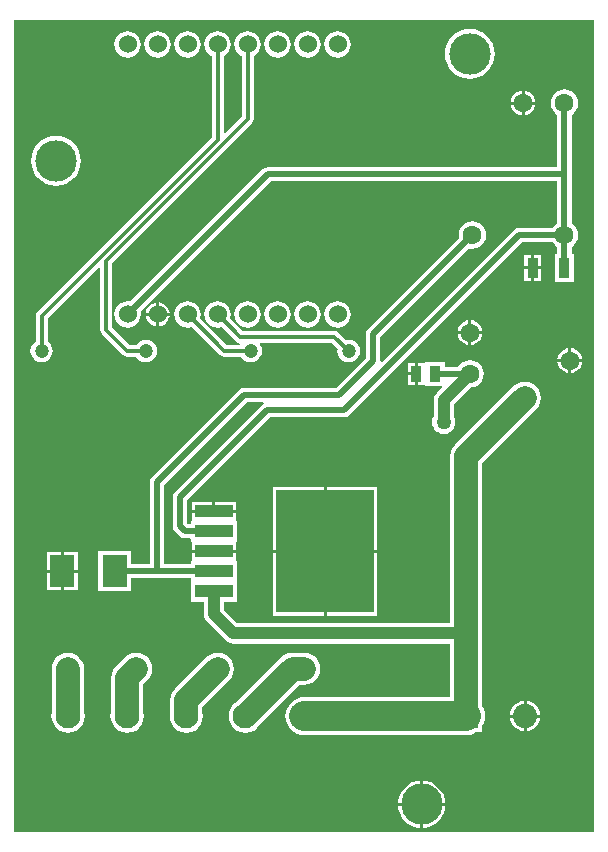
<source format=gbl>
G04*
G04 #@! TF.GenerationSoftware,Altium Limited,Altium Designer,18.0.9 (584)*
G04*
G04 Layer_Physical_Order=2*
G04 Layer_Color=16711680*
%FSLAX43Y43*%
%MOMM*%
G71*
G01*
G75*
%ADD16R,0.950X1.350*%
%ADD19C,0.300*%
%ADD20C,2.000*%
%ADD21C,1.000*%
%ADD22C,0.500*%
%ADD23C,3.500*%
%ADD24C,1.600*%
%ADD25C,2.050*%
%ADD26R,2.050X2.050*%
%ADD27C,1.524*%
%ADD28C,2.100*%
%ADD29C,1.270*%
%ADD30C,1.500*%
%ADD31C,1.200*%
%ADD32R,0.950X1.700*%
%ADD33R,8.300X10.450*%
%ADD34R,3.200X1.050*%
%ADD35R,2.159X2.743*%
%ADD36C,2.500*%
G36*
X49715Y660D02*
X660D01*
X660Y69365D01*
X49715D01*
X49715Y660D01*
D02*
G37*
%LPC*%
G36*
X28025Y68447D02*
X27735Y68408D01*
X27464Y68296D01*
X27232Y68118D01*
X27054Y67886D01*
X26942Y67615D01*
X26903Y67325D01*
X26942Y67035D01*
X27054Y66764D01*
X27232Y66532D01*
X27464Y66354D01*
X27735Y66242D01*
X28025Y66203D01*
X28315Y66242D01*
X28586Y66354D01*
X28818Y66532D01*
X28996Y66764D01*
X29108Y67035D01*
X29147Y67325D01*
X29108Y67615D01*
X28996Y67886D01*
X28818Y68118D01*
X28586Y68296D01*
X28315Y68408D01*
X28025Y68447D01*
D02*
G37*
G36*
X25485D02*
X25195Y68408D01*
X24924Y68296D01*
X24692Y68118D01*
X24514Y67886D01*
X24402Y67615D01*
X24363Y67325D01*
X24402Y67035D01*
X24514Y66764D01*
X24692Y66532D01*
X24924Y66354D01*
X25195Y66242D01*
X25485Y66203D01*
X25775Y66242D01*
X26046Y66354D01*
X26278Y66532D01*
X26456Y66764D01*
X26568Y67035D01*
X26607Y67325D01*
X26568Y67615D01*
X26456Y67886D01*
X26278Y68118D01*
X26046Y68296D01*
X25775Y68408D01*
X25485Y68447D01*
D02*
G37*
G36*
X22945D02*
X22655Y68408D01*
X22384Y68296D01*
X22152Y68118D01*
X21974Y67886D01*
X21862Y67615D01*
X21823Y67325D01*
X21862Y67035D01*
X21974Y66764D01*
X22152Y66532D01*
X22384Y66354D01*
X22655Y66242D01*
X22945Y66203D01*
X23235Y66242D01*
X23506Y66354D01*
X23738Y66532D01*
X23916Y66764D01*
X24028Y67035D01*
X24067Y67325D01*
X24028Y67615D01*
X23916Y67886D01*
X23738Y68118D01*
X23506Y68296D01*
X23235Y68408D01*
X22945Y68447D01*
D02*
G37*
G36*
X15325D02*
X15035Y68408D01*
X14764Y68296D01*
X14532Y68118D01*
X14354Y67886D01*
X14242Y67615D01*
X14203Y67325D01*
X14242Y67035D01*
X14354Y66764D01*
X14532Y66532D01*
X14764Y66354D01*
X15035Y66242D01*
X15325Y66203D01*
X15615Y66242D01*
X15886Y66354D01*
X16118Y66532D01*
X16296Y66764D01*
X16408Y67035D01*
X16447Y67325D01*
X16408Y67615D01*
X16296Y67886D01*
X16118Y68118D01*
X15886Y68296D01*
X15615Y68408D01*
X15325Y68447D01*
D02*
G37*
G36*
X12785D02*
X12495Y68408D01*
X12224Y68296D01*
X11992Y68118D01*
X11814Y67886D01*
X11702Y67615D01*
X11663Y67325D01*
X11702Y67035D01*
X11814Y66764D01*
X11992Y66532D01*
X12224Y66354D01*
X12495Y66242D01*
X12785Y66203D01*
X13075Y66242D01*
X13346Y66354D01*
X13578Y66532D01*
X13756Y66764D01*
X13868Y67035D01*
X13907Y67325D01*
X13868Y67615D01*
X13756Y67886D01*
X13578Y68118D01*
X13346Y68296D01*
X13075Y68408D01*
X12785Y68447D01*
D02*
G37*
G36*
X10245D02*
X9955Y68408D01*
X9684Y68296D01*
X9452Y68118D01*
X9274Y67886D01*
X9162Y67615D01*
X9123Y67325D01*
X9162Y67035D01*
X9274Y66764D01*
X9452Y66532D01*
X9684Y66354D01*
X9955Y66242D01*
X10245Y66203D01*
X10535Y66242D01*
X10806Y66354D01*
X11038Y66532D01*
X11216Y66764D01*
X11328Y67035D01*
X11367Y67325D01*
X11328Y67615D01*
X11216Y67886D01*
X11038Y68118D01*
X10806Y68296D01*
X10535Y68408D01*
X10245Y68447D01*
D02*
G37*
G36*
X39200Y68635D02*
X38788Y68595D01*
X38392Y68475D01*
X38028Y68280D01*
X37708Y68017D01*
X37445Y67697D01*
X37250Y67333D01*
X37130Y66937D01*
X37090Y66525D01*
X37130Y66113D01*
X37250Y65717D01*
X37445Y65353D01*
X37708Y65033D01*
X38028Y64770D01*
X38392Y64575D01*
X38788Y64455D01*
X39200Y64415D01*
X39612Y64455D01*
X40008Y64575D01*
X40372Y64770D01*
X40692Y65033D01*
X40955Y65353D01*
X41150Y65717D01*
X41270Y66113D01*
X41310Y66525D01*
X41270Y66937D01*
X41150Y67333D01*
X40955Y67697D01*
X40692Y68017D01*
X40372Y68280D01*
X40008Y68475D01*
X39612Y68595D01*
X39200Y68635D01*
D02*
G37*
G36*
X43852Y63396D02*
Y62477D01*
X44771D01*
X44752Y62625D01*
X44646Y62882D01*
X44477Y63102D01*
X44257Y63271D01*
X44000Y63377D01*
X43852Y63396D01*
D02*
G37*
G36*
X43598Y63396D02*
X43450Y63377D01*
X43193Y63271D01*
X42973Y63102D01*
X42804Y62882D01*
X42698Y62625D01*
X42679Y62477D01*
X43598D01*
Y63396D01*
D02*
G37*
G36*
Y62223D02*
X42679D01*
X42698Y62075D01*
X42804Y61818D01*
X42973Y61598D01*
X43193Y61429D01*
X43450Y61323D01*
X43598Y61304D01*
Y62223D01*
D02*
G37*
G36*
X44771D02*
X43852D01*
Y61304D01*
X44000Y61323D01*
X44257Y61429D01*
X44477Y61598D01*
X44646Y61818D01*
X44752Y62075D01*
X44771Y62223D01*
D02*
G37*
G36*
X20405Y68447D02*
X20115Y68408D01*
X19844Y68296D01*
X19612Y68118D01*
X19434Y67886D01*
X19322Y67615D01*
X19283Y67325D01*
X19322Y67035D01*
X19434Y66764D01*
X19612Y66532D01*
X19844Y66354D01*
X19895Y66333D01*
Y61208D01*
X18492Y59805D01*
X18375Y59853D01*
Y66333D01*
X18426Y66354D01*
X18658Y66532D01*
X18836Y66764D01*
X18948Y67035D01*
X18987Y67325D01*
X18948Y67615D01*
X18836Y67886D01*
X18658Y68118D01*
X18426Y68296D01*
X18155Y68408D01*
X17865Y68447D01*
X17575Y68408D01*
X17304Y68296D01*
X17072Y68118D01*
X16894Y67886D01*
X16782Y67615D01*
X16743Y67325D01*
X16782Y67035D01*
X16894Y66764D01*
X17072Y66532D01*
X17304Y66354D01*
X17355Y66333D01*
Y59451D01*
X2590Y44685D01*
X2479Y44520D01*
X2440Y44325D01*
Y42181D01*
X2272Y42053D01*
X2120Y41854D01*
X2024Y41623D01*
X1992Y41375D01*
X2024Y41127D01*
X2120Y40896D01*
X2272Y40697D01*
X2471Y40545D01*
X2702Y40449D01*
X2950Y40417D01*
X3198Y40449D01*
X3429Y40545D01*
X3628Y40697D01*
X3780Y40896D01*
X3876Y41127D01*
X3908Y41375D01*
X3876Y41623D01*
X3780Y41854D01*
X3628Y42053D01*
X3460Y42181D01*
Y44114D01*
X7798Y48452D01*
X7915Y48403D01*
Y43175D01*
X7954Y42980D01*
X8065Y42815D01*
X9865Y41015D01*
X10030Y40904D01*
X10225Y40865D01*
X10969D01*
X11097Y40697D01*
X11296Y40545D01*
X11527Y40449D01*
X11775Y40417D01*
X12023Y40449D01*
X12254Y40545D01*
X12453Y40697D01*
X12605Y40896D01*
X12701Y41127D01*
X12733Y41375D01*
X12701Y41623D01*
X12605Y41854D01*
X12453Y42053D01*
X12254Y42205D01*
X12023Y42301D01*
X11775Y42333D01*
X11527Y42301D01*
X11296Y42205D01*
X11097Y42053D01*
X10969Y41885D01*
X10436D01*
X8935Y43386D01*
Y48805D01*
X20765Y60636D01*
X20876Y60801D01*
X20915Y60997D01*
Y66333D01*
X20966Y66354D01*
X21198Y66532D01*
X21376Y66764D01*
X21488Y67035D01*
X21527Y67325D01*
X21488Y67615D01*
X21376Y67886D01*
X21198Y68118D01*
X20966Y68296D01*
X20695Y68408D01*
X20405Y68447D01*
D02*
G37*
G36*
X4175Y59585D02*
X3763Y59545D01*
X3367Y59425D01*
X3003Y59230D01*
X2683Y58967D01*
X2420Y58647D01*
X2225Y58283D01*
X2105Y57887D01*
X2065Y57475D01*
X2105Y57063D01*
X2225Y56667D01*
X2420Y56303D01*
X2683Y55983D01*
X3003Y55720D01*
X3367Y55525D01*
X3763Y55405D01*
X4175Y55365D01*
X4587Y55405D01*
X4983Y55525D01*
X5347Y55720D01*
X5667Y55983D01*
X5930Y56303D01*
X6125Y56667D01*
X6245Y57063D01*
X6285Y57475D01*
X6245Y57887D01*
X6125Y58283D01*
X5930Y58647D01*
X5667Y58967D01*
X5347Y59230D01*
X4983Y59425D01*
X4587Y59545D01*
X4175Y59585D01*
D02*
G37*
G36*
X47225Y63510D02*
X46925Y63470D01*
X46645Y63355D01*
X46405Y63170D01*
X46220Y62930D01*
X46105Y62650D01*
X46065Y62350D01*
X46105Y62050D01*
X46220Y61770D01*
X46405Y61530D01*
X46613Y61370D01*
Y56937D01*
X22105D01*
X21871Y56890D01*
X21672Y56758D01*
X10472Y45557D01*
X10245Y45587D01*
X9955Y45548D01*
X9684Y45436D01*
X9452Y45258D01*
X9274Y45026D01*
X9162Y44755D01*
X9123Y44465D01*
X9162Y44175D01*
X9274Y43904D01*
X9452Y43672D01*
X9684Y43494D01*
X9955Y43382D01*
X10245Y43343D01*
X10535Y43382D01*
X10806Y43494D01*
X11038Y43672D01*
X11216Y43904D01*
X11328Y44175D01*
X11367Y44465D01*
X11337Y44692D01*
X22358Y55713D01*
X46613D01*
Y52155D01*
X46405Y51995D01*
X46245Y51787D01*
X43350D01*
X43116Y51740D01*
X42917Y51608D01*
X31749Y40439D01*
X31632Y40502D01*
X31637Y40525D01*
Y42522D01*
X39165Y50049D01*
X39425Y50015D01*
X39725Y50055D01*
X40005Y50170D01*
X40245Y50355D01*
X40430Y50595D01*
X40545Y50875D01*
X40585Y51175D01*
X40545Y51475D01*
X40430Y51755D01*
X40245Y51995D01*
X40005Y52180D01*
X39725Y52295D01*
X39425Y52335D01*
X39125Y52295D01*
X38845Y52180D01*
X38605Y51995D01*
X38420Y51755D01*
X38305Y51475D01*
X38265Y51175D01*
X38299Y50915D01*
X30592Y43208D01*
X30460Y43009D01*
X30413Y42775D01*
Y40778D01*
X27897Y38262D01*
X20100D01*
X19866Y38215D01*
X19667Y38083D01*
X12292Y30708D01*
X12160Y30509D01*
X12113Y30275D01*
Y23337D01*
X10564D01*
Y24447D01*
X7706D01*
Y21003D01*
X10564D01*
Y22113D01*
X15575D01*
Y21825D01*
Y20125D01*
X16668D01*
Y19100D01*
X16697Y18878D01*
X16783Y18671D01*
X16919Y18494D01*
X18569Y16844D01*
X18746Y16708D01*
X18953Y16622D01*
X19175Y16593D01*
X37538D01*
Y12058D01*
X25200D01*
X24886Y12027D01*
X24585Y11935D01*
X24307Y11787D01*
X24063Y11587D01*
X23863Y11343D01*
X23715Y11065D01*
X23623Y10764D01*
X23592Y10450D01*
X23623Y10136D01*
X23715Y9835D01*
X23863Y9557D01*
X24063Y9313D01*
X24307Y9113D01*
X24585Y8965D01*
X24886Y8873D01*
X25200Y8842D01*
X38900D01*
X39214Y8873D01*
X39515Y8965D01*
X39722Y9075D01*
X40275D01*
Y9628D01*
X40385Y9835D01*
X40477Y10136D01*
X40508Y10450D01*
X40477Y10764D01*
X40385Y11065D01*
X40275Y11272D01*
Y11825D01*
X40262D01*
Y17450D01*
Y31871D01*
X44828Y36437D01*
X45044Y36719D01*
X45180Y37048D01*
X45227Y37400D01*
X45180Y37752D01*
X45044Y38081D01*
X44828Y38363D01*
X44546Y38579D01*
X44217Y38715D01*
X43865Y38762D01*
X43513Y38715D01*
X43184Y38579D01*
X42902Y38363D01*
X37937Y33398D01*
X37721Y33116D01*
X37585Y32787D01*
X37538Y32435D01*
Y18307D01*
X19530D01*
X18382Y19455D01*
Y20125D01*
X19475D01*
Y21825D01*
X19475Y23575D01*
X19379Y23650D01*
X19379Y23702D01*
Y24273D01*
X17525D01*
X15671D01*
X15671Y23650D01*
X15575Y23575D01*
X15575Y23546D01*
Y23337D01*
X13337D01*
Y30022D01*
X20353Y37038D01*
X21709D01*
X21748Y36911D01*
X21592Y36808D01*
X14242Y29458D01*
X14110Y29259D01*
X14063Y29025D01*
Y26525D01*
X14110Y26291D01*
X14242Y26092D01*
X14667Y25667D01*
X14866Y25535D01*
X15100Y25488D01*
X15485D01*
X15575Y25398D01*
X15575Y25225D01*
X15671Y25150D01*
X15671Y25098D01*
Y24527D01*
X17525D01*
X19379D01*
X19379Y25150D01*
X19475Y25225D01*
X19475Y25254D01*
X19475Y26975D01*
X19379Y27050D01*
X19379Y27102D01*
Y27673D01*
X17525D01*
X15671D01*
X15671Y27050D01*
X15575Y26975D01*
X15575Y26946D01*
Y26712D01*
X15353D01*
X15287Y26778D01*
Y28772D01*
X22278Y35763D01*
X28550D01*
X28784Y35810D01*
X28983Y35942D01*
X43603Y50563D01*
X46245D01*
X46405Y50355D01*
X46613Y50195D01*
Y49600D01*
X46400D01*
Y47200D01*
X48050D01*
Y49600D01*
X47837D01*
Y50195D01*
X48045Y50355D01*
X48230Y50595D01*
X48345Y50875D01*
X48385Y51175D01*
X48345Y51475D01*
X48230Y51755D01*
X48045Y51995D01*
X47837Y52155D01*
Y56325D01*
Y61370D01*
X48045Y61530D01*
X48230Y61770D01*
X48345Y62050D01*
X48385Y62350D01*
X48345Y62650D01*
X48230Y62930D01*
X48045Y63170D01*
X47805Y63355D01*
X47525Y63470D01*
X47225Y63510D01*
D02*
G37*
G36*
X45254Y49504D02*
X44652D01*
Y48527D01*
X45254D01*
Y49504D01*
D02*
G37*
G36*
X44398D02*
X43796D01*
Y48527D01*
X44398D01*
Y49504D01*
D02*
G37*
G36*
X45254Y48273D02*
X44652D01*
Y47296D01*
X45254D01*
Y48273D01*
D02*
G37*
G36*
X44398D02*
X43796D01*
Y47296D01*
X44398D01*
Y48273D01*
D02*
G37*
G36*
X12912Y45473D02*
Y44592D01*
X13793D01*
X13775Y44730D01*
X13672Y44977D01*
X13510Y45190D01*
X13297Y45352D01*
X13050Y45455D01*
X12912Y45473D01*
D02*
G37*
G36*
X12658Y45473D02*
X12520Y45455D01*
X12273Y45352D01*
X12060Y45190D01*
X11898Y44977D01*
X11795Y44730D01*
X11777Y44592D01*
X12658D01*
Y45473D01*
D02*
G37*
G36*
X13793Y44338D02*
X12912D01*
Y43457D01*
X13050Y43475D01*
X13297Y43578D01*
X13510Y43740D01*
X13672Y43953D01*
X13775Y44200D01*
X13793Y44338D01*
D02*
G37*
G36*
X12658D02*
X11777D01*
X11795Y44200D01*
X11898Y43953D01*
X12060Y43740D01*
X12273Y43578D01*
X12520Y43475D01*
X12658Y43457D01*
Y44338D01*
D02*
G37*
G36*
X28025Y45587D02*
X27735Y45548D01*
X27464Y45436D01*
X27232Y45258D01*
X27054Y45026D01*
X26942Y44755D01*
X26903Y44465D01*
X26942Y44175D01*
X27054Y43904D01*
X27232Y43672D01*
X27464Y43494D01*
X27735Y43382D01*
X28025Y43343D01*
X28315Y43382D01*
X28586Y43494D01*
X28818Y43672D01*
X28996Y43904D01*
X29108Y44175D01*
X29147Y44465D01*
X29108Y44755D01*
X28996Y45026D01*
X28818Y45258D01*
X28586Y45436D01*
X28315Y45548D01*
X28025Y45587D01*
D02*
G37*
G36*
X25485D02*
X25195Y45548D01*
X24924Y45436D01*
X24692Y45258D01*
X24514Y45026D01*
X24402Y44755D01*
X24363Y44465D01*
X24402Y44175D01*
X24514Y43904D01*
X24692Y43672D01*
X24924Y43494D01*
X25195Y43382D01*
X25485Y43343D01*
X25775Y43382D01*
X26046Y43494D01*
X26278Y43672D01*
X26456Y43904D01*
X26568Y44175D01*
X26607Y44465D01*
X26568Y44755D01*
X26456Y45026D01*
X26278Y45258D01*
X26046Y45436D01*
X25775Y45548D01*
X25485Y45587D01*
D02*
G37*
G36*
X22945D02*
X22655Y45548D01*
X22384Y45436D01*
X22152Y45258D01*
X21974Y45026D01*
X21862Y44755D01*
X21823Y44465D01*
X21862Y44175D01*
X21974Y43904D01*
X22152Y43672D01*
X22384Y43494D01*
X22655Y43382D01*
X22945Y43343D01*
X23235Y43382D01*
X23506Y43494D01*
X23738Y43672D01*
X23916Y43904D01*
X24028Y44175D01*
X24067Y44465D01*
X24028Y44755D01*
X23916Y45026D01*
X23738Y45258D01*
X23506Y45436D01*
X23235Y45548D01*
X22945Y45587D01*
D02*
G37*
G36*
X20405D02*
X20115Y45548D01*
X19844Y45436D01*
X19612Y45258D01*
X19434Y45026D01*
X19322Y44755D01*
X19283Y44465D01*
X19322Y44175D01*
X19434Y43904D01*
X19612Y43672D01*
X19844Y43494D01*
X20115Y43382D01*
X20405Y43343D01*
X20695Y43382D01*
X20966Y43494D01*
X21198Y43672D01*
X21376Y43904D01*
X21488Y44175D01*
X21527Y44465D01*
X21488Y44755D01*
X21376Y45026D01*
X21198Y45258D01*
X20966Y45436D01*
X20695Y45548D01*
X20405Y45587D01*
D02*
G37*
G36*
X39352Y43971D02*
Y43052D01*
X40271D01*
X40252Y43200D01*
X40146Y43457D01*
X39977Y43677D01*
X39757Y43846D01*
X39500Y43952D01*
X39352Y43971D01*
D02*
G37*
G36*
X39098D02*
X38950Y43952D01*
X38693Y43846D01*
X38473Y43677D01*
X38304Y43457D01*
X38198Y43200D01*
X38179Y43052D01*
X39098D01*
Y43971D01*
D02*
G37*
G36*
X17865Y45587D02*
X17575Y45548D01*
X17304Y45436D01*
X17072Y45258D01*
X16894Y45026D01*
X16782Y44755D01*
X16743Y44465D01*
X16782Y44175D01*
X16894Y43904D01*
X17072Y43672D01*
X17304Y43494D01*
X17575Y43382D01*
X17865Y43343D01*
X18155Y43382D01*
X18206Y43403D01*
X19420Y42190D01*
X19585Y42079D01*
X19710Y42054D01*
X19774Y41924D01*
X19774Y41916D01*
X19754Y41885D01*
X18626D01*
X16387Y44124D01*
X16408Y44175D01*
X16447Y44465D01*
X16408Y44755D01*
X16296Y45026D01*
X16118Y45258D01*
X15886Y45436D01*
X15615Y45548D01*
X15325Y45587D01*
X15035Y45548D01*
X14764Y45436D01*
X14532Y45258D01*
X14354Y45026D01*
X14242Y44755D01*
X14203Y44465D01*
X14242Y44175D01*
X14354Y43904D01*
X14532Y43672D01*
X14764Y43494D01*
X15035Y43382D01*
X15325Y43343D01*
X15615Y43382D01*
X15666Y43403D01*
X18055Y41015D01*
X18220Y40904D01*
X18415Y40865D01*
X19844D01*
X19972Y40697D01*
X20171Y40545D01*
X20402Y40449D01*
X20650Y40417D01*
X20898Y40449D01*
X21129Y40545D01*
X21328Y40697D01*
X21480Y40896D01*
X21576Y41127D01*
X21608Y41375D01*
X21576Y41623D01*
X21480Y41854D01*
X21424Y41926D01*
X21481Y42040D01*
X27539D01*
X28019Y41560D01*
X27992Y41350D01*
X28024Y41102D01*
X28120Y40871D01*
X28272Y40672D01*
X28471Y40520D01*
X28702Y40424D01*
X28950Y40392D01*
X29198Y40424D01*
X29429Y40520D01*
X29628Y40672D01*
X29780Y40871D01*
X29876Y41102D01*
X29908Y41350D01*
X29876Y41598D01*
X29780Y41829D01*
X29628Y42028D01*
X29429Y42180D01*
X29198Y42276D01*
X28950Y42308D01*
X28740Y42281D01*
X28110Y42910D01*
X27945Y43021D01*
X27750Y43060D01*
X19991D01*
X18927Y44124D01*
X18948Y44175D01*
X18987Y44465D01*
X18948Y44755D01*
X18836Y45026D01*
X18658Y45258D01*
X18426Y45436D01*
X18155Y45548D01*
X17865Y45587D01*
D02*
G37*
G36*
X40271Y42798D02*
X39352D01*
Y41879D01*
X39500Y41898D01*
X39757Y42004D01*
X39977Y42173D01*
X40146Y42393D01*
X40252Y42650D01*
X40271Y42798D01*
D02*
G37*
G36*
X39098D02*
X38179D01*
X38198Y42650D01*
X38304Y42393D01*
X38473Y42173D01*
X38693Y42004D01*
X38950Y41898D01*
X39098Y41879D01*
Y42798D01*
D02*
G37*
G36*
X47802Y41596D02*
Y40677D01*
X48721D01*
X48702Y40825D01*
X48596Y41082D01*
X48427Y41302D01*
X48207Y41471D01*
X47950Y41577D01*
X47802Y41596D01*
D02*
G37*
G36*
X47548D02*
X47400Y41577D01*
X47143Y41471D01*
X46923Y41302D01*
X46754Y41082D01*
X46648Y40825D01*
X46629Y40677D01*
X47548D01*
Y41596D01*
D02*
G37*
G36*
X39225Y40585D02*
X38925Y40545D01*
X38645Y40430D01*
X38405Y40245D01*
X38245Y40037D01*
X37100D01*
Y40450D01*
X35450Y40450D01*
X35375Y40354D01*
X35323Y40354D01*
X34802D01*
Y39425D01*
Y38496D01*
X35375Y38496D01*
X35450Y38400D01*
X35479Y38400D01*
X36822D01*
X36870Y38283D01*
X36394Y37806D01*
X36258Y37629D01*
X36172Y37422D01*
X36143Y37200D01*
Y35826D01*
X36140Y35822D01*
X36040Y35582D01*
X36007Y35325D01*
X36040Y35068D01*
X36140Y34828D01*
X36297Y34622D01*
X36503Y34465D01*
X36743Y34365D01*
X37000Y34332D01*
X37257Y34365D01*
X37497Y34465D01*
X37703Y34622D01*
X37860Y34828D01*
X37960Y35068D01*
X37993Y35325D01*
X37960Y35582D01*
X37860Y35822D01*
X37857Y35826D01*
Y36845D01*
X39285Y38273D01*
X39525Y38305D01*
X39805Y38420D01*
X40045Y38605D01*
X40230Y38845D01*
X40345Y39125D01*
X40385Y39425D01*
X40345Y39725D01*
X40230Y40005D01*
X40045Y40245D01*
X39805Y40430D01*
X39525Y40545D01*
X39225Y40585D01*
D02*
G37*
G36*
X34548Y40354D02*
X33946D01*
Y39552D01*
X34548D01*
Y40354D01*
D02*
G37*
G36*
X48721Y40423D02*
X47802D01*
Y39504D01*
X47950Y39523D01*
X48207Y39629D01*
X48427Y39798D01*
X48596Y40018D01*
X48702Y40275D01*
X48721Y40423D01*
D02*
G37*
G36*
X47548D02*
X46629D01*
X46648Y40275D01*
X46754Y40018D01*
X46923Y39798D01*
X47143Y39629D01*
X47400Y39523D01*
X47548Y39504D01*
Y40423D01*
D02*
G37*
G36*
X34548Y39298D02*
X33946D01*
Y38496D01*
X34548D01*
Y39298D01*
D02*
G37*
G36*
X19379Y28579D02*
X17652D01*
Y27927D01*
X19379D01*
Y28579D01*
D02*
G37*
G36*
X17398D02*
X15671D01*
Y27927D01*
X17398D01*
Y28579D01*
D02*
G37*
G36*
X31379Y29879D02*
X27102D01*
Y24527D01*
X31379D01*
Y29879D01*
D02*
G37*
G36*
X26848D02*
X22571D01*
Y24527D01*
X26848D01*
Y29879D01*
D02*
G37*
G36*
X6049Y24351D02*
X4842D01*
Y22852D01*
X6049D01*
Y24351D01*
D02*
G37*
G36*
X4588D02*
X3382D01*
Y22852D01*
X4588D01*
Y24351D01*
D02*
G37*
G36*
X6049Y22598D02*
X4842D01*
Y21100D01*
X6049D01*
Y22598D01*
D02*
G37*
G36*
X4588D02*
X3382D01*
Y21100D01*
X4588D01*
Y22598D01*
D02*
G37*
G36*
X31379Y24273D02*
X27102D01*
Y18921D01*
X31379D01*
Y24273D01*
D02*
G37*
G36*
X26848D02*
X22571D01*
Y18921D01*
X26848D01*
Y24273D01*
D02*
G37*
G36*
X44027Y11723D02*
Y10577D01*
X45173D01*
X45146Y10784D01*
X45017Y11095D01*
X44812Y11362D01*
X44545Y11567D01*
X44234Y11696D01*
X44027Y11723D01*
D02*
G37*
G36*
X43773D02*
X43566Y11696D01*
X43255Y11567D01*
X42988Y11362D01*
X42783Y11095D01*
X42654Y10784D01*
X42627Y10577D01*
X43773D01*
Y11723D01*
D02*
G37*
G36*
X45173Y10323D02*
X44027D01*
Y9177D01*
X44234Y9204D01*
X44545Y9333D01*
X44812Y9538D01*
X45017Y9805D01*
X45146Y10116D01*
X45173Y10323D01*
D02*
G37*
G36*
X43773D02*
X42627D01*
X42654Y10116D01*
X42783Y9805D01*
X42988Y9538D01*
X43255Y9333D01*
X43566Y9204D01*
X43773Y9177D01*
Y10323D01*
D02*
G37*
G36*
X25200Y15812D02*
X24200D01*
X23848Y15765D01*
X23519Y15629D01*
X23237Y15413D01*
X19500Y11675D01*
X19494Y11673D01*
X19202Y11448D01*
X18977Y11156D01*
X18836Y10815D01*
X18788Y10450D01*
X18836Y10085D01*
X18977Y9744D01*
X19202Y9452D01*
X19494Y9227D01*
X19835Y9086D01*
X20200Y9038D01*
X20565Y9086D01*
X20906Y9227D01*
X21198Y9452D01*
X21423Y9744D01*
X21425Y9750D01*
X24764Y13088D01*
X25200D01*
X25552Y13135D01*
X25881Y13271D01*
X26163Y13487D01*
X26379Y13769D01*
X26515Y14098D01*
X26562Y14450D01*
X26515Y14802D01*
X26379Y15131D01*
X26163Y15413D01*
X25881Y15629D01*
X25552Y15765D01*
X25200Y15812D01*
D02*
G37*
G36*
X17878D02*
X17525Y15765D01*
X17197Y15629D01*
X16915Y15413D01*
X14237Y12735D01*
X14021Y12453D01*
X13885Y12125D01*
X13838Y11772D01*
Y10821D01*
X13836Y10815D01*
X13788Y10450D01*
X13836Y10085D01*
X13977Y9744D01*
X14202Y9452D01*
X14494Y9227D01*
X14835Y9086D01*
X15200Y9038D01*
X15565Y9086D01*
X15906Y9227D01*
X16198Y9452D01*
X16423Y9744D01*
X16564Y10085D01*
X16612Y10450D01*
X16564Y10815D01*
X16562Y10821D01*
Y11208D01*
X18841Y13487D01*
X19057Y13769D01*
X19193Y14098D01*
X19239Y14450D01*
X19193Y14802D01*
X19057Y15131D01*
X18841Y15413D01*
X18559Y15629D01*
X18230Y15765D01*
X17878Y15812D01*
D02*
G37*
G36*
X10961D02*
X10609Y15765D01*
X10280Y15629D01*
X9998Y15413D01*
X9237Y14652D01*
X9021Y14370D01*
X8885Y14041D01*
X8838Y13689D01*
Y10821D01*
X8836Y10815D01*
X8788Y10450D01*
X8836Y10085D01*
X8977Y9744D01*
X9202Y9452D01*
X9494Y9227D01*
X9835Y9086D01*
X10200Y9038D01*
X10565Y9086D01*
X10906Y9227D01*
X11198Y9452D01*
X11423Y9744D01*
X11564Y10085D01*
X11612Y10450D01*
X11564Y10815D01*
X11562Y10821D01*
Y13125D01*
X11924Y13487D01*
X12140Y13769D01*
X12276Y14098D01*
X12323Y14450D01*
X12276Y14802D01*
X12140Y15131D01*
X11924Y15413D01*
X11642Y15629D01*
X11313Y15765D01*
X10961Y15812D01*
D02*
G37*
G36*
X5175D02*
X4823Y15765D01*
X4494Y15629D01*
X4212Y15413D01*
X3996Y15131D01*
X3860Y14802D01*
X3813Y14450D01*
X3838Y14260D01*
Y10821D01*
X3836Y10815D01*
X3788Y10450D01*
X3836Y10085D01*
X3977Y9744D01*
X4202Y9452D01*
X4494Y9227D01*
X4835Y9086D01*
X5200Y9038D01*
X5565Y9086D01*
X5906Y9227D01*
X6198Y9452D01*
X6423Y9744D01*
X6564Y10085D01*
X6612Y10450D01*
X6564Y10815D01*
X6562Y10821D01*
Y14425D01*
X6515Y14777D01*
X6379Y15106D01*
X6163Y15388D01*
X6138Y15413D01*
X5856Y15629D01*
X5527Y15765D01*
X5175Y15812D01*
D02*
G37*
G36*
X35252Y4976D02*
Y3102D01*
X37126D01*
X37100Y3368D01*
X36985Y3746D01*
X36799Y4094D01*
X36549Y4399D01*
X36244Y4649D01*
X35896Y4835D01*
X35518Y4950D01*
X35252Y4976D01*
D02*
G37*
G36*
X34998Y4976D02*
X34732Y4950D01*
X34354Y4835D01*
X34006Y4649D01*
X33701Y4399D01*
X33451Y4094D01*
X33265Y3746D01*
X33150Y3368D01*
X33124Y3102D01*
X34998D01*
Y4976D01*
D02*
G37*
G36*
Y2848D02*
X33124D01*
X33150Y2582D01*
X33265Y2204D01*
X33451Y1856D01*
X33701Y1551D01*
X34006Y1301D01*
X34354Y1115D01*
X34732Y1000D01*
X34998Y974D01*
Y2848D01*
D02*
G37*
G36*
X37126D02*
X35252D01*
Y974D01*
X35518Y1000D01*
X35896Y1115D01*
X36244Y1301D01*
X36549Y1551D01*
X36799Y1856D01*
X36985Y2204D01*
X37100Y2582D01*
X37126Y2848D01*
D02*
G37*
%LPD*%
D16*
X36275Y39425D02*
D03*
X34675D02*
D03*
D19*
X20405Y60997D02*
Y67325D01*
X8425Y49017D02*
X20405Y60997D01*
X8425Y43175D02*
Y49017D01*
X17865Y59240D02*
Y67325D01*
X2950Y44325D02*
X17865Y59240D01*
X2950Y41375D02*
Y44325D01*
X10225Y41375D02*
X11775D01*
X8425Y43175D02*
X10225Y41375D01*
X15325Y44465D02*
X18415Y41375D01*
X20650D01*
X19780Y42550D02*
X27750D01*
X28950Y41350D01*
X17865Y44465D02*
X19780Y42550D01*
D20*
X38900Y17450D02*
Y32435D01*
Y10450D02*
Y17450D01*
Y32435D02*
X43865Y37400D01*
X24200Y14450D02*
X25200D01*
X20200Y10450D02*
X24200Y14450D01*
X15200Y11772D02*
X17878Y14450D01*
X15200Y10450D02*
Y11772D01*
X10200Y13689D02*
X10961Y14450D01*
X10200Y10450D02*
Y13689D01*
X5175Y14450D02*
X5200Y14425D01*
Y10450D02*
Y14425D01*
D21*
X19175Y17450D02*
X38900D01*
X37000Y35325D02*
Y37200D01*
X39225Y39425D01*
X17525Y19100D02*
X19175Y17450D01*
X17525Y19100D02*
Y21000D01*
D22*
X36275Y39425D02*
X39225D01*
X47225Y48400D02*
Y51175D01*
Y56325D02*
Y62350D01*
Y51175D02*
Y56325D01*
X10245Y44465D02*
X22105Y56325D01*
X47225D01*
X12725Y22725D02*
X17500D01*
X9135D02*
X12725D01*
Y30275D01*
X20100Y37650D01*
X28150D01*
X31025Y40525D01*
Y42775D01*
X39425Y51175D01*
X43350D02*
X47225D01*
X28550Y36375D02*
X43350Y51175D01*
X22025Y36375D02*
X28550D01*
X17500Y22725D02*
X17525Y22700D01*
X14675Y29025D02*
X22025Y36375D01*
X14675Y26525D02*
Y29025D01*
Y26525D02*
X15100Y26100D01*
X17525D01*
D23*
X4175Y57475D02*
D03*
X35125Y2975D02*
D03*
X39200Y66525D02*
D03*
D24*
X43725Y62350D02*
D03*
X47225D02*
D03*
X39425Y51175D02*
D03*
X47225D02*
D03*
X39225Y42925D02*
D03*
Y39425D02*
D03*
X43865Y37400D02*
D03*
X47675Y40550D02*
D03*
D25*
X43900Y10450D02*
D03*
D26*
X38900D02*
D03*
D27*
X28025Y67325D02*
D03*
X25485D02*
D03*
X22945D02*
D03*
X20405D02*
D03*
X17865D02*
D03*
X15325D02*
D03*
X12785D02*
D03*
X10245D02*
D03*
X28025Y44465D02*
D03*
X25485D02*
D03*
X22945D02*
D03*
X20405D02*
D03*
X17865D02*
D03*
X15325D02*
D03*
X12785D02*
D03*
X10245D02*
D03*
D28*
X5200Y10450D02*
D03*
X10200D02*
D03*
X15200D02*
D03*
X20200D02*
D03*
X25200D02*
D03*
X30200D02*
D03*
D29*
X37000Y35325D02*
D03*
D30*
X25200Y14450D02*
D03*
X17878D02*
D03*
X10961D02*
D03*
X5175D02*
D03*
D31*
X2950Y41375D02*
D03*
X11775D02*
D03*
X20650D02*
D03*
X28950Y41350D02*
D03*
D32*
X44525Y48400D02*
D03*
X47225D02*
D03*
D33*
X26975Y24400D02*
D03*
D34*
X17525Y27800D02*
D03*
Y26100D02*
D03*
Y24400D02*
D03*
Y22700D02*
D03*
Y21000D02*
D03*
D35*
X9135Y22725D02*
D03*
X4715D02*
D03*
D36*
X30200Y10450D02*
X38900D01*
X25200D02*
X30200D01*
M02*

</source>
